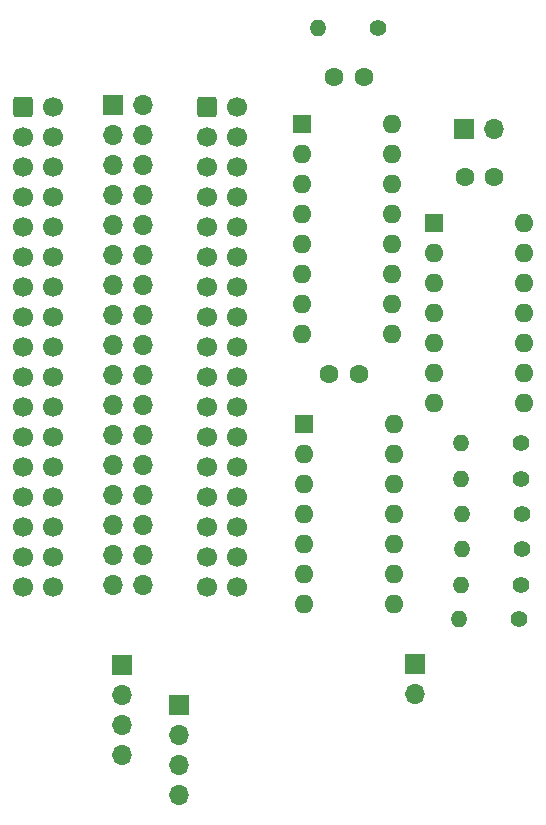
<source format=gbs>
G04 #@! TF.GenerationSoftware,KiCad,Pcbnew,8.0.4*
G04 #@! TF.CreationDate,2024-09-09T13:58:12+01:00*
G04 #@! TF.ProjectId,Amiga_internal_floppy_adapter,416d6967-615f-4696-9e74-65726e616c5f,1.0*
G04 #@! TF.SameCoordinates,Original*
G04 #@! TF.FileFunction,Soldermask,Bot*
G04 #@! TF.FilePolarity,Negative*
%FSLAX46Y46*%
G04 Gerber Fmt 4.6, Leading zero omitted, Abs format (unit mm)*
G04 Created by KiCad (PCBNEW 8.0.4) date 2024-09-09 13:58:12*
%MOMM*%
%LPD*%
G01*
G04 APERTURE LIST*
G04 Aperture macros list*
%AMRoundRect*
0 Rectangle with rounded corners*
0 $1 Rounding radius*
0 $2 $3 $4 $5 $6 $7 $8 $9 X,Y pos of 4 corners*
0 Add a 4 corners polygon primitive as box body*
4,1,4,$2,$3,$4,$5,$6,$7,$8,$9,$2,$3,0*
0 Add four circle primitives for the rounded corners*
1,1,$1+$1,$2,$3*
1,1,$1+$1,$4,$5*
1,1,$1+$1,$6,$7*
1,1,$1+$1,$8,$9*
0 Add four rect primitives between the rounded corners*
20,1,$1+$1,$2,$3,$4,$5,0*
20,1,$1+$1,$4,$5,$6,$7,0*
20,1,$1+$1,$6,$7,$8,$9,0*
20,1,$1+$1,$8,$9,$2,$3,0*%
G04 Aperture macros list end*
%ADD10C,1.400000*%
%ADD11O,1.400000X1.400000*%
%ADD12C,1.600000*%
%ADD13R,1.600000X1.600000*%
%ADD14O,1.600000X1.600000*%
%ADD15RoundRect,0.250000X-0.600000X-0.600000X0.600000X-0.600000X0.600000X0.600000X-0.600000X0.600000X0*%
%ADD16C,1.700000*%
%ADD17R,1.700000X1.700000*%
%ADD18O,1.700000X1.700000*%
G04 APERTURE END LIST*
D10*
X109540000Y-104000000D03*
D11*
X104460000Y-104000000D03*
D12*
X95820000Y-98155000D03*
X93320000Y-98155000D03*
D10*
X109540000Y-107000000D03*
D11*
X104460000Y-107000000D03*
D12*
X93740341Y-72960682D03*
X96240341Y-72960682D03*
D10*
X109440833Y-118859662D03*
D11*
X104360833Y-118859662D03*
D12*
X107330000Y-81450000D03*
X104830000Y-81450000D03*
D10*
X97447645Y-68864709D03*
D11*
X92367645Y-68864709D03*
D13*
X91000000Y-77000000D03*
D14*
X91000000Y-79540000D03*
X91000000Y-82080000D03*
X91000000Y-84620000D03*
X91000000Y-87160000D03*
X91000000Y-89700000D03*
X91000000Y-92240000D03*
X91000000Y-94780000D03*
X98620000Y-94780000D03*
X98620000Y-92240000D03*
X98620000Y-89700000D03*
X98620000Y-87160000D03*
X98620000Y-84620000D03*
X98620000Y-82080000D03*
X98620000Y-79540000D03*
X98620000Y-77000000D03*
D15*
X83000000Y-75550000D03*
D16*
X85540000Y-75550000D03*
X83000000Y-78090000D03*
X85540000Y-78090000D03*
X83000000Y-80630000D03*
X85540000Y-80630000D03*
X83000000Y-83170000D03*
X85540000Y-83170000D03*
X83000000Y-85710000D03*
X85540000Y-85710000D03*
X83000000Y-88250000D03*
X85540000Y-88250000D03*
X83000000Y-90790000D03*
X85540000Y-90790000D03*
X83000000Y-93330000D03*
X85540000Y-93330000D03*
X83000000Y-95870000D03*
X85540000Y-95870000D03*
X83000000Y-98410000D03*
X85540000Y-98410000D03*
X83000000Y-100950000D03*
X85540000Y-100950000D03*
X83000000Y-103490000D03*
X85540000Y-103490000D03*
X83000000Y-106030000D03*
X85540000Y-106030000D03*
X83000000Y-108570000D03*
X85540000Y-108570000D03*
X83000000Y-111110000D03*
X85540000Y-111110000D03*
X83000000Y-113650000D03*
X85540000Y-113650000D03*
X83000000Y-116190000D03*
X85540000Y-116190000D03*
D13*
X102200000Y-85375000D03*
D14*
X102200000Y-87915000D03*
X102200000Y-90455000D03*
X102200000Y-92995000D03*
X102200000Y-95535000D03*
X102200000Y-98075000D03*
X102200000Y-100615000D03*
X109820000Y-100615000D03*
X109820000Y-98075000D03*
X109820000Y-95535000D03*
X109820000Y-92995000D03*
X109820000Y-90455000D03*
X109820000Y-87915000D03*
X109820000Y-85375000D03*
D10*
X109540000Y-116000000D03*
D11*
X104460000Y-116000000D03*
D17*
X104725000Y-77375000D03*
D18*
X107265000Y-77375000D03*
D10*
X109620000Y-110000000D03*
D11*
X104540000Y-110000000D03*
D13*
X91200000Y-102375000D03*
D14*
X91200000Y-104915000D03*
X91200000Y-107455000D03*
X91200000Y-109995000D03*
X91200000Y-112535000D03*
X91200000Y-115075000D03*
X91200000Y-117615000D03*
X98820000Y-117615000D03*
X98820000Y-115075000D03*
X98820000Y-112535000D03*
X98820000Y-109995000D03*
X98820000Y-107455000D03*
X98820000Y-104915000D03*
X98820000Y-102375000D03*
D17*
X100625000Y-122725000D03*
D18*
X100625000Y-125265000D03*
D15*
X67415000Y-75550000D03*
D16*
X69955000Y-75550000D03*
X67415000Y-78090000D03*
X69955000Y-78090000D03*
X67415000Y-80630000D03*
X69955000Y-80630000D03*
X67415000Y-83170000D03*
X69955000Y-83170000D03*
X67415000Y-85710000D03*
X69955000Y-85710000D03*
X67415000Y-88250000D03*
X69955000Y-88250000D03*
X67415000Y-90790000D03*
X69955000Y-90790000D03*
X67415000Y-93330000D03*
X69955000Y-93330000D03*
X67415000Y-95870000D03*
X69955000Y-95870000D03*
X67415000Y-98410000D03*
X69955000Y-98410000D03*
X67415000Y-100950000D03*
X69955000Y-100950000D03*
X67415000Y-103490000D03*
X69955000Y-103490000D03*
X67415000Y-106030000D03*
X69955000Y-106030000D03*
X67415000Y-108570000D03*
X69955000Y-108570000D03*
X67415000Y-111110000D03*
X69955000Y-111110000D03*
X67415000Y-113650000D03*
X69955000Y-113650000D03*
X67415000Y-116190000D03*
X69955000Y-116190000D03*
D17*
X80625000Y-126200000D03*
D18*
X80625000Y-128740000D03*
X80625000Y-131280000D03*
X80625000Y-133820000D03*
D10*
X109685004Y-112958867D03*
D11*
X104605004Y-112958867D03*
D17*
X75000000Y-75380000D03*
D18*
X77540000Y-75380000D03*
X75000000Y-77920000D03*
X77540000Y-77920000D03*
X75000000Y-80460000D03*
X77540000Y-80460000D03*
X75000000Y-83000000D03*
X77540000Y-83000000D03*
X75000000Y-85540000D03*
X77540000Y-85540000D03*
X75000000Y-88080000D03*
X77540000Y-88080000D03*
X75000000Y-90620000D03*
X77540000Y-90620000D03*
X75000000Y-93160000D03*
X77540000Y-93160000D03*
X75000000Y-95700000D03*
X77540000Y-95700000D03*
X75000000Y-98240000D03*
X77540000Y-98240000D03*
X75000000Y-100780000D03*
X77540000Y-100780000D03*
X75000000Y-103320000D03*
X77540000Y-103320000D03*
X75000000Y-105860000D03*
X77540000Y-105860000D03*
X75000000Y-108400000D03*
X77540000Y-108400000D03*
X75000000Y-110940000D03*
X77540000Y-110940000D03*
X75000000Y-113480000D03*
X77540000Y-113480000D03*
X75000000Y-116020000D03*
X77540000Y-116020000D03*
D17*
X75750000Y-122770000D03*
D18*
X75750000Y-125310000D03*
X75750000Y-127850000D03*
X75750000Y-130390000D03*
M02*

</source>
